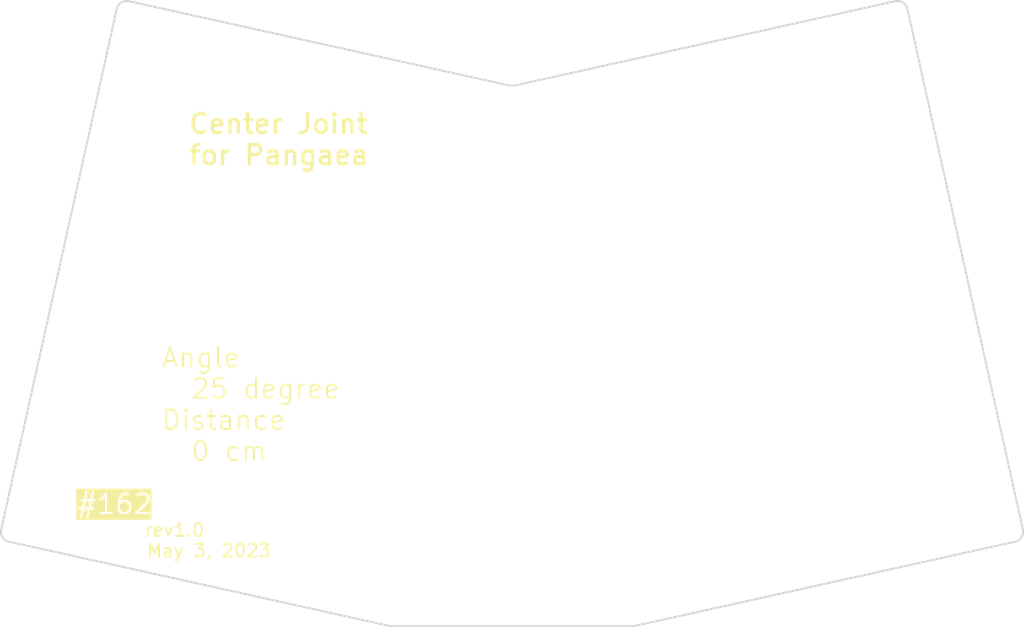
<source format=kicad_pcb>
(kicad_pcb (version 20221018) (generator pcbnew)
  (layers (0 "F.Cu" signal) (31 "B.Cu" signal) (34 "B.Paste" user) (35 "F.Paste" user) (36 "B.SilkS" user "B.Silkscreen") (37 "F.SilkS" user "F.Silkscreen") (38 "B.Mask" user) (39 "F.Mask" user) (44 "Edge.Cuts" user))
  (net 0 "")
  (footprint "footprint:M2_Hole" (layer "F.Cu") (at 46.497428 55.520157)
    (fp_text reference "H4" hide)
    (fp_text value "MountingHole" hide)
    (pad "" np_thru_hole circle (at 0 0) (size 1.95 1.95) (drill 1.95) (layers "*.Cu" "*.Mask"))
  )
  (footprint "footprint:M2_Hole" (layer "F.Cu") (at 86.36 25.449998)
    (fp_text reference "H3" hide)
    (fp_text value "MountingHole" hide)
    (pad "" np_thru_hole circle (at 0 0) (size 1.95 1.95) (drill 1.95) (layers "*.Cu" "*.Mask"))
  )
  (footprint "footprint:M2_Hole" (layer "F.Cu") (at 50.545674 36.750003)
    (fp_text reference "H9" hide)
    (fp_text value "MountingHole" hide)
    (pad "" np_thru_hole circle (at 0 0) (size 1.95 1.95) (drill 1.95) (layers "*.Cu" "*.Mask"))
  )
  (footprint "footprint:M2_Hole" (layer "F.Cu") (at 92.77 54.149998)
    (fp_text reference "H7" hide)
    (fp_text value "MountingHole" hide)
    (pad "" np_thru_hole circle (at 0 0) (size 1.95 1.95) (drill 1.95) (layers "*.Cu" "*.Mask"))
  )
  (footprint "footprint:M2_Hole" (layer "F.Cu") (at 66.41 59.999998)
    (fp_text reference "H10" hide)
    (fp_text value "MountingHole" hide)
    (pad "" np_thru_hole circle (at 0 0) (size 1.95 1.95) (drill 1.95) (layers "*.Cu" "*.Mask"))
  )
  (footprint "footprint:M2_Hole" (layer "F.Cu") (at 49.589353 41.571278)
    (fp_text reference "H11" hide)
    (fp_text value "MountingHole" hide)
    (pad "" np_thru_hole circle (at 0 0) (size 1.95 1.95) (drill 1.95) (layers "*.Cu" "*.Mask"))
  )
  (footprint "footprint:M2_Hole" (layer "F.Cu") (at 61.25 36.599998)
    (fp_text reference "H6" hide)
    (fp_text value "MountingHole" hide)
    (pad "" np_thru_hole circle (at 0 0) (size 1.95 1.95) (drill 1.95) (layers "*.Cu" "*.Mask"))
  )
  (footprint "footprint:M2_Hole" (layer "F.Cu") (at 65.29 55.479998)
    (fp_text reference "H12" hide)
    (fp_text value "MountingHole" hide)
    (pad "" np_thru_hole circle (at 0 0) (size 1.95 1.95) (drill 1.95) (layers "*.Cu" "*.Mask"))
  )
  (footprint "footprint:M2_Hole" (layer "F.Cu") (at 25.400471 25.484327)
    (fp_text reference "H5" hide)
    (fp_text value "MountingHole" hide)
    (pad "" np_thru_hole circle (at 0 0) (size 1.95 1.95) (drill 1.95) (layers "*.Cu" "*.Mask"))
  )
  (footprint "footprint:M2_Hole" (layer "F.Cu") (at 19.043917 54.156888)
    (fp_text reference "H1" hide)
    (fp_text value "MountingHole" hide)
    (pad "" np_thru_hole circle (at 0 0) (size 1.95 1.95) (drill 1.95) (layers "*.Cu" "*.Mask"))
  )
  (footprint "footprint:M2_Hole" (layer "F.Cu") (at 45.391706 59.998053)
    (fp_text reference "H2" hide)
    (fp_text value "MountingHole" hide)
    (pad "" np_thru_hole circle (at 0 0) (size 1.95 1.95) (drill 1.95) (layers "*.Cu" "*.Mask"))
  )
  (footprint "footprint:M2_Hole" (layer "F.Cu") (at 62.22 41.549998)
    (fp_text reference "H8" hide)
    (fp_text value "MountingHole" hide)
    (pad "" np_thru_hole circle (at 0 0) (size 1.95 1.95) (drill 1.95) (layers "*.Cu" "*.Mask"))
  )
  (gr_line (start 56.091913 20.820092) (end 85.539443 14.291732) (stroke (width 0.15)) (layer "Edge.Cuts"))
  (gr_line (start 46.426617 62.666585) (end 65.369057 62.66658) (stroke (width 0.1)) (layer "Edge.Cuts"))
  (gr_arc (start 25.309497 14.894873) (mid 25.657933 14.39719) (end 26.256231 14.291737) (stroke (width 0.15)) (layer "Edge.Cuts"))
  (gr_arc (start 16.979087 56.138224) (mid 16.481449 55.789768) (end 16.375951 55.191491) (stroke (width 0.15)) (layer "Edge.Cuts"))
  (gr_line (start 26.256231 14.291737) (end 55.703761 20.820097) (stroke (width 0.15)) (layer "Edge.Cuts"))
  (gr_arc (start 95.419723 55.191486) (mid 95.314274 55.789792) (end 94.816587 56.13822) (stroke (width 0.15)) (layer "Edge.Cuts"))
  (gr_line (start 16.375951 55.191491) (end 25.309497 14.894873) (stroke (width 0.15)) (layer "Edge.Cuts"))
  (gr_arc (start 85.539443 14.291732) (mid 86.137754 14.397174) (end 86.486177 14.894868) (stroke (width 0.15)) (layer "Edge.Cuts"))
  (gr_line (start 86.486177 14.894868) (end 95.419723 55.191486) (stroke (width 0.15)) (layer "Edge.Cuts"))
  (gr_line (start 55.703761 20.820097) (end 56.091913 20.820092) (stroke (width 0.1)) (layer "Edge.Cuts"))
  (gr_line (start 94.816587 56.13822) (end 65.369057 62.66658) (stroke (width 0.15)) (layer "Edge.Cuts"))
  (gr_line (start 46.426617 62.666585) (end 16.979087 56.138224) (stroke (width 0.15)) (layer "Edge.Cuts"))
  (gr_text "Center Joint\nfor Pangaea" (at 30.769984 27.079998) (layer "F.SilkS") (effects (font (size 1.5 1.5) (thickness 0.25) bold) (justify left bottom)))
  (gr_text "rev1.0" (at 27.369984 55.819771) (layer "F.SilkS") (effects (font (size 1 1)) (justify left bottom)))
  (gr_text "May 3, 2023" (at 27.569984 57.419771) (layer "F.SilkS") (effects (font (size 1 1)) (justify left bottom)))
  (gr_text "Angle\n  25 degree\nDistance\n  0 cm" (at 28.695747 50.009998) (layer "F.SilkS") (effects (font (size 1.5 1.5)) (justify left bottom)))
  (gr_text "#162" (at 22.169984 54.109781) (layer "F.SilkS" knockout) (effects (font (size 1.5 1.5)) (justify left bottom)))
)
</source>
